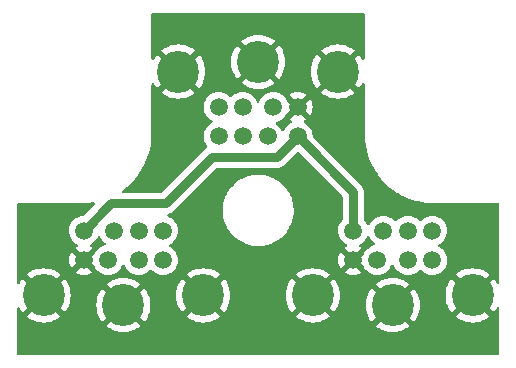
<source format=gbr>
%TF.GenerationSoftware,KiCad,Pcbnew,(6.99.0)*%
%TF.CreationDate,2022-02-09T14:01:32-06:00*%
%TF.ProjectId,CDI-SPLITTER,4344492d-5350-44c4-9954-5445522e6b69,rev?*%
%TF.SameCoordinates,Original*%
%TF.FileFunction,Copper,L1,Top*%
%TF.FilePolarity,Positive*%
%FSLAX46Y46*%
G04 Gerber Fmt 4.6, Leading zero omitted, Abs format (unit mm)*
G04 Created by KiCad (PCBNEW (6.99.0)) date 2022-02-09 14:01:32*
%MOMM*%
%LPD*%
G01*
G04 APERTURE LIST*
%TA.AperFunction,ComponentPad*%
%ADD10C,3.555000*%
%TD*%
%TA.AperFunction,ComponentPad*%
%ADD11C,1.509000*%
%TD*%
%TA.AperFunction,Conductor*%
%ADD12C,0.762000*%
%TD*%
G04 APERTURE END LIST*
D10*
%TO.P,J3,MH3*%
%TO.N,GND*%
X144760000Y-102400000D03*
%TO.P,J3,MH2*%
X138000000Y-103210000D03*
%TO.P,J3,MH1*%
X131240000Y-102400000D03*
D11*
%TO.P,J3,8*%
%TO.N,+5V*%
X134650000Y-96910000D03*
%TO.P,J3,7*%
%TO.N,Net-(J1-Pad7)*%
X137190000Y-96910000D03*
%TO.P,J3,6*%
%TO.N,unconnected-(J3-Pad6)*%
X141350000Y-96910000D03*
%TO.P,J3,5*%
%TO.N,GND*%
X134650000Y-99400000D03*
%TO.P,J3,4*%
%TO.N,unconnected-(J3-Pad4)*%
X139300000Y-96910000D03*
%TO.P,J3,3*%
%TO.N,unconnected-(J3-Pad3)*%
X141350000Y-99400000D03*
%TO.P,J3,2*%
%TO.N,Net-(J1-Pad2)*%
X136700000Y-99400000D03*
%TO.P,J3,1*%
%TO.N,unconnected-(J3-Pad1)*%
X139300000Y-99400000D03*
%TD*%
D10*
%TO.P,J2,MH3*%
%TO.N,GND*%
X121960000Y-102400000D03*
%TO.P,J2,MH2*%
X115200000Y-103210000D03*
%TO.P,J2,MH1*%
X108440000Y-102400000D03*
D11*
%TO.P,J2,8*%
%TO.N,+5V*%
X111850000Y-96910000D03*
%TO.P,J2,7*%
%TO.N,Net-(J1-Pad4)*%
X114390000Y-96910000D03*
%TO.P,J2,6*%
%TO.N,Net-(J1-Pad6)*%
X118550000Y-96910000D03*
%TO.P,J2,5*%
%TO.N,GND*%
X111850000Y-99400000D03*
%TO.P,J2,4*%
%TO.N,unconnected-(J2-Pad4)*%
X116500000Y-96910000D03*
%TO.P,J2,3*%
%TO.N,Net-(J1-Pad3)*%
X118550000Y-99400000D03*
%TO.P,J2,2*%
%TO.N,Net-(J1-Pad1)*%
X113900000Y-99400000D03*
%TO.P,J2,1*%
%TO.N,unconnected-(J2-Pad1)*%
X116500000Y-99400000D03*
%TD*%
%TO.P,J1,1*%
%TO.N,Net-(J1-Pad1)*%
X125300000Y-86440000D03*
%TO.P,J1,2*%
%TO.N,Net-(J1-Pad2)*%
X127900000Y-86440000D03*
%TO.P,J1,3*%
%TO.N,Net-(J1-Pad3)*%
X123250000Y-86440000D03*
%TO.P,J1,4*%
%TO.N,Net-(J1-Pad4)*%
X125300000Y-88930000D03*
%TO.P,J1,5*%
%TO.N,GND*%
X129950000Y-86440000D03*
%TO.P,J1,6*%
%TO.N,Net-(J1-Pad6)*%
X123250000Y-88930000D03*
%TO.P,J1,7*%
%TO.N,Net-(J1-Pad7)*%
X127410000Y-88930000D03*
%TO.P,J1,8*%
%TO.N,+5V*%
X129950000Y-88930000D03*
D10*
%TO.P,J1,MH1*%
%TO.N,GND*%
X133360000Y-83440000D03*
%TO.P,J1,MH2*%
X126600000Y-82630000D03*
%TO.P,J1,MH3*%
X119840000Y-83440000D03*
%TD*%
D12*
%TO.N,+5V*%
X122700000Y-90700000D02*
X128180000Y-90700000D01*
X111850000Y-96910000D02*
X114160000Y-94600000D01*
X114160000Y-94600000D02*
X118800000Y-94600000D01*
X118800000Y-94600000D02*
X122700000Y-90700000D01*
X128180000Y-90700000D02*
X129950000Y-88930000D01*
X134650000Y-96910000D02*
X134650000Y-93630000D01*
X134650000Y-93630000D02*
X129950000Y-88930000D01*
%TD*%
%TA.AperFunction,Conductor*%
%TO.N,GND*%
G36*
X135570098Y-78478002D02*
G01*
X135616591Y-78531658D01*
X135627977Y-78584000D01*
X135627977Y-82331179D01*
X135607975Y-82399300D01*
X135554319Y-82445793D01*
X135484045Y-82455897D01*
X135419465Y-82426403D01*
X135388971Y-82386907D01*
X135345375Y-82298502D01*
X135341254Y-82291365D01*
X135179395Y-82049125D01*
X135174375Y-82042583D01*
X135159339Y-82025437D01*
X135146102Y-82017041D01*
X135136335Y-82022875D01*
X133732022Y-83427188D01*
X133724408Y-83441132D01*
X133724539Y-83442965D01*
X133728790Y-83449580D01*
X135134582Y-84855372D01*
X135148342Y-84862886D01*
X135157704Y-84856427D01*
X135174375Y-84837417D01*
X135179395Y-84830875D01*
X135341254Y-84588635D01*
X135345375Y-84581498D01*
X135388971Y-84493093D01*
X135437039Y-84440844D01*
X135505725Y-84422877D01*
X135573220Y-84444896D01*
X135618097Y-84499911D01*
X135627977Y-84548821D01*
X135627977Y-88675740D01*
X135626231Y-88696644D01*
X135622753Y-88717317D01*
X135622600Y-88729856D01*
X135623290Y-88734672D01*
X135623606Y-88739529D01*
X135623498Y-88739536D01*
X135623825Y-88743115D01*
X135641376Y-89189824D01*
X135641665Y-89192267D01*
X135641666Y-89192278D01*
X135661946Y-89363621D01*
X135695481Y-89646956D01*
X135785286Y-90098434D01*
X135785956Y-90100809D01*
X135785957Y-90100814D01*
X135791518Y-90120531D01*
X135910236Y-90541474D01*
X136069562Y-90973345D01*
X136070592Y-90975580D01*
X136070594Y-90975584D01*
X136151396Y-91150856D01*
X136262281Y-91391384D01*
X136263479Y-91393523D01*
X136263484Y-91393533D01*
X136312175Y-91480477D01*
X136487204Y-91793014D01*
X136488576Y-91795067D01*
X136488577Y-91795069D01*
X136728185Y-92153667D01*
X136742946Y-92175759D01*
X136780691Y-92223638D01*
X136927813Y-92410261D01*
X137027929Y-92537258D01*
X137029606Y-92539072D01*
X137029611Y-92539078D01*
X137217196Y-92742005D01*
X137340397Y-92875283D01*
X137342196Y-92876946D01*
X137676422Y-93185902D01*
X137678422Y-93187751D01*
X137680365Y-93189283D01*
X137680370Y-93189287D01*
X137793666Y-93278602D01*
X138039921Y-93472734D01*
X138041982Y-93474111D01*
X138041986Y-93474114D01*
X138391454Y-93707621D01*
X138422666Y-93728476D01*
X138608579Y-93832592D01*
X138822147Y-93952196D01*
X138822157Y-93952201D01*
X138824296Y-93953399D01*
X138826537Y-93954432D01*
X139213084Y-94132633D01*
X139242335Y-94146118D01*
X139674206Y-94305444D01*
X139939495Y-94380263D01*
X140114866Y-94429723D01*
X140114871Y-94429724D01*
X140117246Y-94430394D01*
X140568724Y-94520199D01*
X140716423Y-94537680D01*
X141023402Y-94574014D01*
X141023413Y-94574015D01*
X141025856Y-94574304D01*
X141457159Y-94591249D01*
X141463611Y-94591921D01*
X141463632Y-94591684D01*
X141468485Y-94592119D01*
X141473285Y-94592927D01*
X141479716Y-94593005D01*
X141480965Y-94593021D01*
X141480969Y-94593021D01*
X141485824Y-94593080D01*
X141513412Y-94589129D01*
X141531275Y-94587856D01*
X146903000Y-94587856D01*
X146971121Y-94607858D01*
X147017614Y-94661514D01*
X147029000Y-94713856D01*
X147029000Y-101293253D01*
X147008998Y-101361374D01*
X146955342Y-101407867D01*
X146885068Y-101417971D01*
X146820488Y-101388477D01*
X146789994Y-101348981D01*
X146745375Y-101258502D01*
X146741254Y-101251365D01*
X146579395Y-101009125D01*
X146574375Y-101002583D01*
X146559339Y-100985437D01*
X146546102Y-100977041D01*
X146536335Y-100982875D01*
X145132022Y-102387188D01*
X145124408Y-102401132D01*
X145124539Y-102402965D01*
X145128790Y-102409580D01*
X146534582Y-103815372D01*
X146548342Y-103822886D01*
X146557704Y-103816427D01*
X146574375Y-103797417D01*
X146579395Y-103790875D01*
X146741254Y-103548635D01*
X146745375Y-103541498D01*
X146789994Y-103451019D01*
X146838062Y-103398770D01*
X146906748Y-103380803D01*
X146974244Y-103402822D01*
X147019120Y-103457837D01*
X147029000Y-103506747D01*
X147029000Y-107291000D01*
X147008998Y-107359121D01*
X146955342Y-107405614D01*
X146903000Y-107417000D01*
X106296000Y-107417000D01*
X106227879Y-107396998D01*
X106181386Y-107343342D01*
X106170000Y-107291000D01*
X106170000Y-104998342D01*
X113777114Y-104998342D01*
X113783573Y-105007704D01*
X113802583Y-105024375D01*
X113809125Y-105029395D01*
X114051365Y-105191254D01*
X114058502Y-105195375D01*
X114319802Y-105324233D01*
X114327406Y-105327383D01*
X114603293Y-105421034D01*
X114611245Y-105423165D01*
X114896999Y-105480005D01*
X114905157Y-105481079D01*
X115195881Y-105500134D01*
X115204119Y-105500134D01*
X115494843Y-105481079D01*
X115503001Y-105480005D01*
X115788755Y-105423165D01*
X115796707Y-105421034D01*
X116072594Y-105327383D01*
X116080198Y-105324233D01*
X116341498Y-105195375D01*
X116348635Y-105191254D01*
X116590875Y-105029395D01*
X116597417Y-105024375D01*
X116614563Y-105009339D01*
X116621538Y-104998342D01*
X136577114Y-104998342D01*
X136583573Y-105007704D01*
X136602583Y-105024375D01*
X136609125Y-105029395D01*
X136851365Y-105191254D01*
X136858502Y-105195375D01*
X137119802Y-105324233D01*
X137127406Y-105327383D01*
X137403293Y-105421034D01*
X137411245Y-105423165D01*
X137696999Y-105480005D01*
X137705157Y-105481079D01*
X137995881Y-105500134D01*
X138004119Y-105500134D01*
X138294843Y-105481079D01*
X138303001Y-105480005D01*
X138588755Y-105423165D01*
X138596707Y-105421034D01*
X138872594Y-105327383D01*
X138880198Y-105324233D01*
X139141498Y-105195375D01*
X139148635Y-105191254D01*
X139390875Y-105029395D01*
X139397417Y-105024375D01*
X139414563Y-105009339D01*
X139422959Y-104996102D01*
X139417125Y-104986335D01*
X138012812Y-103582022D01*
X137998868Y-103574408D01*
X137997035Y-103574539D01*
X137990420Y-103578790D01*
X136584628Y-104984582D01*
X136577114Y-104998342D01*
X116621538Y-104998342D01*
X116622959Y-104996102D01*
X116617125Y-104986335D01*
X115212812Y-103582022D01*
X115198868Y-103574408D01*
X115197035Y-103574539D01*
X115190420Y-103578790D01*
X113784628Y-104984582D01*
X113777114Y-104998342D01*
X106170000Y-104998342D01*
X106170000Y-104188342D01*
X107017114Y-104188342D01*
X107023573Y-104197704D01*
X107042583Y-104214375D01*
X107049125Y-104219395D01*
X107291365Y-104381254D01*
X107298502Y-104385375D01*
X107559802Y-104514233D01*
X107567406Y-104517383D01*
X107843293Y-104611034D01*
X107851245Y-104613165D01*
X108136999Y-104670005D01*
X108145157Y-104671079D01*
X108435881Y-104690134D01*
X108444119Y-104690134D01*
X108734843Y-104671079D01*
X108743001Y-104670005D01*
X109028755Y-104613165D01*
X109036707Y-104611034D01*
X109312594Y-104517383D01*
X109320198Y-104514233D01*
X109581498Y-104385375D01*
X109588635Y-104381254D01*
X109830875Y-104219395D01*
X109837417Y-104214375D01*
X109854563Y-104199339D01*
X109862959Y-104186102D01*
X109857125Y-104176335D01*
X108452812Y-102772022D01*
X108438868Y-102764408D01*
X108437035Y-102764539D01*
X108430420Y-102768790D01*
X107024628Y-104174582D01*
X107017114Y-104188342D01*
X106170000Y-104188342D01*
X106170000Y-103504719D01*
X106190002Y-103436598D01*
X106243658Y-103390105D01*
X106313932Y-103380001D01*
X106378512Y-103409495D01*
X106409006Y-103448991D01*
X106454625Y-103541498D01*
X106458746Y-103548635D01*
X106620605Y-103790875D01*
X106625625Y-103797417D01*
X106640661Y-103814563D01*
X106653898Y-103822959D01*
X106663665Y-103817125D01*
X108067978Y-102412812D01*
X108074356Y-102401132D01*
X108804408Y-102401132D01*
X108804539Y-102402965D01*
X108808790Y-102409580D01*
X110214582Y-103815372D01*
X110228342Y-103822886D01*
X110237704Y-103816427D01*
X110254375Y-103797417D01*
X110259395Y-103790875D01*
X110421254Y-103548635D01*
X110425375Y-103541498D01*
X110554233Y-103280198D01*
X110557383Y-103272594D01*
X110577233Y-103214119D01*
X112909866Y-103214119D01*
X112928921Y-103504843D01*
X112929995Y-103513001D01*
X112986835Y-103798755D01*
X112988966Y-103806707D01*
X113082617Y-104082594D01*
X113085767Y-104090198D01*
X113214625Y-104351498D01*
X113218746Y-104358635D01*
X113380605Y-104600875D01*
X113385625Y-104607417D01*
X113400661Y-104624563D01*
X113413898Y-104632959D01*
X113423665Y-104627125D01*
X114827978Y-103222812D01*
X114834356Y-103211132D01*
X115564408Y-103211132D01*
X115564539Y-103212965D01*
X115568790Y-103219580D01*
X116974582Y-104625372D01*
X116988342Y-104632886D01*
X116997704Y-104626427D01*
X117014375Y-104607417D01*
X117019395Y-104600875D01*
X117181254Y-104358635D01*
X117185375Y-104351498D01*
X117265834Y-104188342D01*
X120537114Y-104188342D01*
X120543573Y-104197704D01*
X120562583Y-104214375D01*
X120569125Y-104219395D01*
X120811365Y-104381254D01*
X120818502Y-104385375D01*
X121079802Y-104514233D01*
X121087406Y-104517383D01*
X121363293Y-104611034D01*
X121371245Y-104613165D01*
X121656999Y-104670005D01*
X121665157Y-104671079D01*
X121955881Y-104690134D01*
X121964119Y-104690134D01*
X122254843Y-104671079D01*
X122263001Y-104670005D01*
X122548755Y-104613165D01*
X122556707Y-104611034D01*
X122832594Y-104517383D01*
X122840198Y-104514233D01*
X123101498Y-104385375D01*
X123108635Y-104381254D01*
X123350875Y-104219395D01*
X123357417Y-104214375D01*
X123374563Y-104199339D01*
X123381538Y-104188342D01*
X129817114Y-104188342D01*
X129823573Y-104197704D01*
X129842583Y-104214375D01*
X129849125Y-104219395D01*
X130091365Y-104381254D01*
X130098502Y-104385375D01*
X130359802Y-104514233D01*
X130367406Y-104517383D01*
X130643293Y-104611034D01*
X130651245Y-104613165D01*
X130936999Y-104670005D01*
X130945157Y-104671079D01*
X131235881Y-104690134D01*
X131244119Y-104690134D01*
X131534843Y-104671079D01*
X131543001Y-104670005D01*
X131828755Y-104613165D01*
X131836707Y-104611034D01*
X132112594Y-104517383D01*
X132120198Y-104514233D01*
X132381498Y-104385375D01*
X132388635Y-104381254D01*
X132630875Y-104219395D01*
X132637417Y-104214375D01*
X132654563Y-104199339D01*
X132662959Y-104186102D01*
X132657125Y-104176335D01*
X131252812Y-102772022D01*
X131238868Y-102764408D01*
X131237035Y-102764539D01*
X131230420Y-102768790D01*
X129824628Y-104174582D01*
X129817114Y-104188342D01*
X123381538Y-104188342D01*
X123382959Y-104186102D01*
X123377125Y-104176335D01*
X121972812Y-102772022D01*
X121958868Y-102764408D01*
X121957035Y-102764539D01*
X121950420Y-102768790D01*
X120544628Y-104174582D01*
X120537114Y-104188342D01*
X117265834Y-104188342D01*
X117314233Y-104090198D01*
X117317383Y-104082594D01*
X117411034Y-103806707D01*
X117413165Y-103798755D01*
X117470005Y-103513001D01*
X117471079Y-103504843D01*
X117490134Y-103214119D01*
X117490134Y-103205881D01*
X117471079Y-102915157D01*
X117470005Y-102906999D01*
X117413165Y-102621245D01*
X117411034Y-102613293D01*
X117340029Y-102404119D01*
X119669866Y-102404119D01*
X119688921Y-102694843D01*
X119689995Y-102703001D01*
X119746835Y-102988755D01*
X119748966Y-102996707D01*
X119842617Y-103272594D01*
X119845767Y-103280198D01*
X119974625Y-103541498D01*
X119978746Y-103548635D01*
X120140605Y-103790875D01*
X120145625Y-103797417D01*
X120160661Y-103814563D01*
X120173898Y-103822959D01*
X120183665Y-103817125D01*
X121587978Y-102412812D01*
X121594356Y-102401132D01*
X122324408Y-102401132D01*
X122324539Y-102402965D01*
X122328790Y-102409580D01*
X123734582Y-103815372D01*
X123748342Y-103822886D01*
X123757704Y-103816427D01*
X123774375Y-103797417D01*
X123779395Y-103790875D01*
X123941254Y-103548635D01*
X123945375Y-103541498D01*
X124074233Y-103280198D01*
X124077383Y-103272594D01*
X124171034Y-102996707D01*
X124173165Y-102988755D01*
X124230005Y-102703001D01*
X124231079Y-102694843D01*
X124250134Y-102404119D01*
X128949866Y-102404119D01*
X128968921Y-102694843D01*
X128969995Y-102703001D01*
X129026835Y-102988755D01*
X129028966Y-102996707D01*
X129122617Y-103272594D01*
X129125767Y-103280198D01*
X129254625Y-103541498D01*
X129258746Y-103548635D01*
X129420605Y-103790875D01*
X129425625Y-103797417D01*
X129440661Y-103814563D01*
X129453898Y-103822959D01*
X129463665Y-103817125D01*
X130867978Y-102412812D01*
X130874356Y-102401132D01*
X131604408Y-102401132D01*
X131604539Y-102402965D01*
X131608790Y-102409580D01*
X133014582Y-103815372D01*
X133028342Y-103822886D01*
X133037704Y-103816427D01*
X133054375Y-103797417D01*
X133059395Y-103790875D01*
X133221254Y-103548635D01*
X133225375Y-103541498D01*
X133354233Y-103280198D01*
X133357383Y-103272594D01*
X133377233Y-103214119D01*
X135709866Y-103214119D01*
X135728921Y-103504843D01*
X135729995Y-103513001D01*
X135786835Y-103798755D01*
X135788966Y-103806707D01*
X135882617Y-104082594D01*
X135885767Y-104090198D01*
X136014625Y-104351498D01*
X136018746Y-104358635D01*
X136180605Y-104600875D01*
X136185625Y-104607417D01*
X136200661Y-104624563D01*
X136213898Y-104632959D01*
X136223665Y-104627125D01*
X137627978Y-103222812D01*
X137634356Y-103211132D01*
X138364408Y-103211132D01*
X138364539Y-103212965D01*
X138368790Y-103219580D01*
X139774582Y-104625372D01*
X139788342Y-104632886D01*
X139797704Y-104626427D01*
X139814375Y-104607417D01*
X139819395Y-104600875D01*
X139981254Y-104358635D01*
X139985375Y-104351498D01*
X140065834Y-104188342D01*
X143337114Y-104188342D01*
X143343573Y-104197704D01*
X143362583Y-104214375D01*
X143369125Y-104219395D01*
X143611365Y-104381254D01*
X143618502Y-104385375D01*
X143879802Y-104514233D01*
X143887406Y-104517383D01*
X144163293Y-104611034D01*
X144171245Y-104613165D01*
X144456999Y-104670005D01*
X144465157Y-104671079D01*
X144755881Y-104690134D01*
X144764119Y-104690134D01*
X145054843Y-104671079D01*
X145063001Y-104670005D01*
X145348755Y-104613165D01*
X145356707Y-104611034D01*
X145632594Y-104517383D01*
X145640198Y-104514233D01*
X145901498Y-104385375D01*
X145908635Y-104381254D01*
X146150875Y-104219395D01*
X146157417Y-104214375D01*
X146174563Y-104199339D01*
X146182959Y-104186102D01*
X146177125Y-104176335D01*
X144772812Y-102772022D01*
X144758868Y-102764408D01*
X144757035Y-102764539D01*
X144750420Y-102768790D01*
X143344628Y-104174582D01*
X143337114Y-104188342D01*
X140065834Y-104188342D01*
X140114233Y-104090198D01*
X140117383Y-104082594D01*
X140211034Y-103806707D01*
X140213165Y-103798755D01*
X140270005Y-103513001D01*
X140271079Y-103504843D01*
X140290134Y-103214119D01*
X140290134Y-103205881D01*
X140271079Y-102915157D01*
X140270005Y-102906999D01*
X140213165Y-102621245D01*
X140211034Y-102613293D01*
X140140029Y-102404119D01*
X142469866Y-102404119D01*
X142488921Y-102694843D01*
X142489995Y-102703001D01*
X142546835Y-102988755D01*
X142548966Y-102996707D01*
X142642617Y-103272594D01*
X142645767Y-103280198D01*
X142774625Y-103541498D01*
X142778746Y-103548635D01*
X142940605Y-103790875D01*
X142945625Y-103797417D01*
X142960661Y-103814563D01*
X142973898Y-103822959D01*
X142983665Y-103817125D01*
X144387978Y-102412812D01*
X144395592Y-102398868D01*
X144395461Y-102397035D01*
X144391210Y-102390420D01*
X142985418Y-100984628D01*
X142971658Y-100977114D01*
X142962296Y-100983573D01*
X142945625Y-101002583D01*
X142940605Y-101009125D01*
X142778746Y-101251365D01*
X142774625Y-101258502D01*
X142645767Y-101519802D01*
X142642617Y-101527406D01*
X142548966Y-101803293D01*
X142546835Y-101811245D01*
X142489995Y-102096999D01*
X142488921Y-102105157D01*
X142469866Y-102395881D01*
X142469866Y-102404119D01*
X140140029Y-102404119D01*
X140117383Y-102337406D01*
X140114233Y-102329802D01*
X139985375Y-102068502D01*
X139981254Y-102061365D01*
X139819395Y-101819125D01*
X139814375Y-101812583D01*
X139799339Y-101795437D01*
X139786102Y-101787041D01*
X139776335Y-101792875D01*
X138372022Y-103197188D01*
X138364408Y-103211132D01*
X137634356Y-103211132D01*
X137635592Y-103208868D01*
X137635461Y-103207035D01*
X137631210Y-103200420D01*
X136225418Y-101794628D01*
X136211658Y-101787114D01*
X136202296Y-101793573D01*
X136185625Y-101812583D01*
X136180605Y-101819125D01*
X136018746Y-102061365D01*
X136014625Y-102068502D01*
X135885767Y-102329802D01*
X135882617Y-102337406D01*
X135788966Y-102613293D01*
X135786835Y-102621245D01*
X135729995Y-102906999D01*
X135728921Y-102915157D01*
X135709866Y-103205881D01*
X135709866Y-103214119D01*
X133377233Y-103214119D01*
X133451034Y-102996707D01*
X133453165Y-102988755D01*
X133510005Y-102703001D01*
X133511079Y-102694843D01*
X133530134Y-102404119D01*
X133530134Y-102395881D01*
X133511079Y-102105157D01*
X133510005Y-102096999D01*
X133453165Y-101811245D01*
X133451034Y-101803293D01*
X133357383Y-101527406D01*
X133354233Y-101519802D01*
X133306939Y-101423898D01*
X136577041Y-101423898D01*
X136582875Y-101433665D01*
X137987188Y-102837978D01*
X138001132Y-102845592D01*
X138002965Y-102845461D01*
X138009580Y-102841210D01*
X139415372Y-101435418D01*
X139422886Y-101421658D01*
X139416427Y-101412296D01*
X139397417Y-101395625D01*
X139390875Y-101390605D01*
X139148635Y-101228746D01*
X139141498Y-101224625D01*
X138880198Y-101095767D01*
X138872594Y-101092617D01*
X138596707Y-100998966D01*
X138588755Y-100996835D01*
X138303001Y-100939995D01*
X138294843Y-100938921D01*
X138004119Y-100919866D01*
X137995881Y-100919866D01*
X137705157Y-100938921D01*
X137696999Y-100939995D01*
X137411245Y-100996835D01*
X137403293Y-100998966D01*
X137127406Y-101092617D01*
X137119802Y-101095767D01*
X136858502Y-101224625D01*
X136851365Y-101228746D01*
X136609125Y-101390605D01*
X136602583Y-101395625D01*
X136585437Y-101410661D01*
X136577041Y-101423898D01*
X133306939Y-101423898D01*
X133225375Y-101258502D01*
X133221254Y-101251365D01*
X133059395Y-101009125D01*
X133054375Y-101002583D01*
X133039339Y-100985437D01*
X133026102Y-100977041D01*
X133016335Y-100982875D01*
X131612022Y-102387188D01*
X131604408Y-102401132D01*
X130874356Y-102401132D01*
X130875592Y-102398868D01*
X130875461Y-102397035D01*
X130871210Y-102390420D01*
X129465418Y-100984628D01*
X129451658Y-100977114D01*
X129442296Y-100983573D01*
X129425625Y-101002583D01*
X129420605Y-101009125D01*
X129258746Y-101251365D01*
X129254625Y-101258502D01*
X129125767Y-101519802D01*
X129122617Y-101527406D01*
X129028966Y-101803293D01*
X129026835Y-101811245D01*
X128969995Y-102096999D01*
X128968921Y-102105157D01*
X128949866Y-102395881D01*
X128949866Y-102404119D01*
X124250134Y-102404119D01*
X124250134Y-102395881D01*
X124231079Y-102105157D01*
X124230005Y-102096999D01*
X124173165Y-101811245D01*
X124171034Y-101803293D01*
X124077383Y-101527406D01*
X124074233Y-101519802D01*
X123945375Y-101258502D01*
X123941254Y-101251365D01*
X123779395Y-101009125D01*
X123774375Y-101002583D01*
X123759339Y-100985437D01*
X123746102Y-100977041D01*
X123736335Y-100982875D01*
X122332022Y-102387188D01*
X122324408Y-102401132D01*
X121594356Y-102401132D01*
X121595592Y-102398868D01*
X121595461Y-102397035D01*
X121591210Y-102390420D01*
X120185418Y-100984628D01*
X120171658Y-100977114D01*
X120162296Y-100983573D01*
X120145625Y-101002583D01*
X120140605Y-101009125D01*
X119978746Y-101251365D01*
X119974625Y-101258502D01*
X119845767Y-101519802D01*
X119842617Y-101527406D01*
X119748966Y-101803293D01*
X119746835Y-101811245D01*
X119689995Y-102096999D01*
X119688921Y-102105157D01*
X119669866Y-102395881D01*
X119669866Y-102404119D01*
X117340029Y-102404119D01*
X117317383Y-102337406D01*
X117314233Y-102329802D01*
X117185375Y-102068502D01*
X117181254Y-102061365D01*
X117019395Y-101819125D01*
X117014375Y-101812583D01*
X116999339Y-101795437D01*
X116986102Y-101787041D01*
X116976335Y-101792875D01*
X115572022Y-103197188D01*
X115564408Y-103211132D01*
X114834356Y-103211132D01*
X114835592Y-103208868D01*
X114835461Y-103207035D01*
X114831210Y-103200420D01*
X113425418Y-101794628D01*
X113411658Y-101787114D01*
X113402296Y-101793573D01*
X113385625Y-101812583D01*
X113380605Y-101819125D01*
X113218746Y-102061365D01*
X113214625Y-102068502D01*
X113085767Y-102329802D01*
X113082617Y-102337406D01*
X112988966Y-102613293D01*
X112986835Y-102621245D01*
X112929995Y-102906999D01*
X112928921Y-102915157D01*
X112909866Y-103205881D01*
X112909866Y-103214119D01*
X110577233Y-103214119D01*
X110651034Y-102996707D01*
X110653165Y-102988755D01*
X110710005Y-102703001D01*
X110711079Y-102694843D01*
X110730134Y-102404119D01*
X110730134Y-102395881D01*
X110711079Y-102105157D01*
X110710005Y-102096999D01*
X110653165Y-101811245D01*
X110651034Y-101803293D01*
X110557383Y-101527406D01*
X110554233Y-101519802D01*
X110506939Y-101423898D01*
X113777041Y-101423898D01*
X113782875Y-101433665D01*
X115187188Y-102837978D01*
X115201132Y-102845592D01*
X115202965Y-102845461D01*
X115209580Y-102841210D01*
X116615372Y-101435418D01*
X116622886Y-101421658D01*
X116616427Y-101412296D01*
X116597417Y-101395625D01*
X116590875Y-101390605D01*
X116348635Y-101228746D01*
X116341498Y-101224625D01*
X116080198Y-101095767D01*
X116072594Y-101092617D01*
X115796707Y-100998966D01*
X115788755Y-100996835D01*
X115503001Y-100939995D01*
X115494843Y-100938921D01*
X115204119Y-100919866D01*
X115195881Y-100919866D01*
X114905157Y-100938921D01*
X114896999Y-100939995D01*
X114611245Y-100996835D01*
X114603293Y-100998966D01*
X114327406Y-101092617D01*
X114319802Y-101095767D01*
X114058502Y-101224625D01*
X114051365Y-101228746D01*
X113809125Y-101390605D01*
X113802583Y-101395625D01*
X113785437Y-101410661D01*
X113777041Y-101423898D01*
X110506939Y-101423898D01*
X110425375Y-101258502D01*
X110421254Y-101251365D01*
X110259395Y-101009125D01*
X110254375Y-101002583D01*
X110239339Y-100985437D01*
X110226102Y-100977041D01*
X110216335Y-100982875D01*
X108812022Y-102387188D01*
X108804408Y-102401132D01*
X108074356Y-102401132D01*
X108075592Y-102398868D01*
X108075461Y-102397035D01*
X108071210Y-102390420D01*
X106665418Y-100984628D01*
X106651658Y-100977114D01*
X106642296Y-100983573D01*
X106625625Y-101002583D01*
X106620605Y-101009125D01*
X106458746Y-101251365D01*
X106454625Y-101258502D01*
X106409006Y-101351009D01*
X106360938Y-101403258D01*
X106292252Y-101421225D01*
X106224756Y-101399206D01*
X106179880Y-101344191D01*
X106170000Y-101295281D01*
X106170000Y-100613898D01*
X107017041Y-100613898D01*
X107022875Y-100623665D01*
X108427188Y-102027978D01*
X108441132Y-102035592D01*
X108442965Y-102035461D01*
X108449580Y-102031210D01*
X109855372Y-100625418D01*
X109862886Y-100611658D01*
X109856427Y-100602296D01*
X109837417Y-100585625D01*
X109830875Y-100580605D01*
X109640488Y-100453393D01*
X111161161Y-100453393D01*
X111170456Y-100465407D01*
X111211833Y-100494379D01*
X111221319Y-100499857D01*
X111411568Y-100588571D01*
X111421860Y-100592317D01*
X111624619Y-100646646D01*
X111635411Y-100648549D01*
X111844525Y-100666844D01*
X111855475Y-100666844D01*
X112064589Y-100648549D01*
X112075381Y-100646646D01*
X112278140Y-100592317D01*
X112288432Y-100588571D01*
X112478681Y-100499857D01*
X112488167Y-100494379D01*
X112530379Y-100464823D01*
X112538755Y-100454344D01*
X112531689Y-100440900D01*
X111862811Y-99772021D01*
X111848868Y-99764408D01*
X111847034Y-99764539D01*
X111840420Y-99768790D01*
X111167588Y-100441623D01*
X111161161Y-100453393D01*
X109640488Y-100453393D01*
X109588635Y-100418746D01*
X109581498Y-100414625D01*
X109320198Y-100285767D01*
X109312594Y-100282617D01*
X109036707Y-100188966D01*
X109028755Y-100186835D01*
X108743001Y-100129995D01*
X108734843Y-100128921D01*
X108444119Y-100109866D01*
X108435881Y-100109866D01*
X108145157Y-100128921D01*
X108136999Y-100129995D01*
X107851245Y-100186835D01*
X107843293Y-100188966D01*
X107567406Y-100282617D01*
X107559802Y-100285767D01*
X107298502Y-100414625D01*
X107291365Y-100418746D01*
X107049125Y-100580605D01*
X107042583Y-100585625D01*
X107025437Y-100600661D01*
X107017041Y-100613898D01*
X106170000Y-100613898D01*
X106170000Y-99405475D01*
X110583156Y-99405475D01*
X110601451Y-99614589D01*
X110603354Y-99625381D01*
X110657683Y-99828140D01*
X110661429Y-99838432D01*
X110750142Y-100028677D01*
X110755622Y-100038168D01*
X110785178Y-100080380D01*
X110795655Y-100088755D01*
X110809101Y-100081688D01*
X111477979Y-99412811D01*
X111485592Y-99398868D01*
X111485461Y-99397034D01*
X111481210Y-99390420D01*
X110808377Y-98717588D01*
X110796608Y-98711161D01*
X110784592Y-98720458D01*
X110755622Y-98761832D01*
X110750142Y-98771323D01*
X110661429Y-98961568D01*
X110657683Y-98971860D01*
X110603354Y-99174619D01*
X110601451Y-99185411D01*
X110583156Y-99394525D01*
X110583156Y-99405475D01*
X106170000Y-99405475D01*
X106170000Y-94713856D01*
X106190002Y-94645735D01*
X106243658Y-94599242D01*
X106296000Y-94587856D01*
X111660769Y-94587856D01*
X111681670Y-94589602D01*
X111689118Y-94590855D01*
X111700742Y-94592810D01*
X111706962Y-94592886D01*
X111708416Y-94592904D01*
X111708421Y-94592904D01*
X111713281Y-94592963D01*
X111718097Y-94592273D01*
X111722954Y-94591957D01*
X111722961Y-94592064D01*
X111726540Y-94591738D01*
X112173240Y-94574178D01*
X112175704Y-94573886D01*
X112175708Y-94573886D01*
X112319328Y-94556885D01*
X112630364Y-94520066D01*
X112661917Y-94513789D01*
X112732629Y-94520115D01*
X112788698Y-94563668D01*
X112812319Y-94630619D01*
X112795994Y-94699714D01*
X112775595Y-94726462D01*
X111893258Y-95608799D01*
X111830946Y-95642825D01*
X111815145Y-95645225D01*
X111728372Y-95652817D01*
X111629845Y-95661437D01*
X111624532Y-95662861D01*
X111624530Y-95662861D01*
X111421689Y-95717212D01*
X111421687Y-95717213D01*
X111416379Y-95718635D01*
X111411398Y-95720958D01*
X111411397Y-95720958D01*
X111221069Y-95809709D01*
X111221066Y-95809711D01*
X111216088Y-95812032D01*
X111035058Y-95938790D01*
X110878790Y-96095058D01*
X110752032Y-96276088D01*
X110658635Y-96476379D01*
X110601437Y-96689845D01*
X110582176Y-96910000D01*
X110601437Y-97130155D01*
X110602861Y-97135468D01*
X110602861Y-97135470D01*
X110649132Y-97308154D01*
X110658635Y-97343621D01*
X110660958Y-97348602D01*
X110660958Y-97348603D01*
X110733221Y-97503571D01*
X110752032Y-97543912D01*
X110878790Y-97724942D01*
X111035058Y-97881210D01*
X111216088Y-98007968D01*
X111221069Y-98010291D01*
X111221073Y-98010293D01*
X111287097Y-98041080D01*
X111340383Y-98087997D01*
X111359844Y-98156274D01*
X111339303Y-98224234D01*
X111287099Y-98269469D01*
X111221328Y-98300139D01*
X111211832Y-98305622D01*
X111169620Y-98335178D01*
X111161245Y-98345655D01*
X111168312Y-98359101D01*
X111837189Y-99027979D01*
X111851132Y-99035592D01*
X111852966Y-99035461D01*
X111859580Y-99031210D01*
X112532412Y-98358377D01*
X112538839Y-98346607D01*
X112529544Y-98334593D01*
X112488167Y-98305621D01*
X112478681Y-98300143D01*
X112412902Y-98269470D01*
X112359617Y-98222553D01*
X112340156Y-98154275D01*
X112360698Y-98086315D01*
X112412903Y-98041080D01*
X112478927Y-98010293D01*
X112478931Y-98010291D01*
X112483912Y-98007968D01*
X112664942Y-97881210D01*
X112821210Y-97724942D01*
X112947968Y-97543912D01*
X112966780Y-97503571D01*
X113005805Y-97419880D01*
X113052722Y-97366595D01*
X113121000Y-97347134D01*
X113188959Y-97367676D01*
X113234195Y-97419880D01*
X113273221Y-97503571D01*
X113292032Y-97543912D01*
X113418790Y-97724942D01*
X113575058Y-97881210D01*
X113661833Y-97941970D01*
X113706162Y-97997427D01*
X113713471Y-98068046D01*
X113681441Y-98131406D01*
X113622174Y-98166890D01*
X113471689Y-98207212D01*
X113471687Y-98207213D01*
X113466379Y-98208635D01*
X113461398Y-98210958D01*
X113461397Y-98210958D01*
X113271069Y-98299709D01*
X113271066Y-98299711D01*
X113266088Y-98302032D01*
X113085058Y-98428790D01*
X112928790Y-98585058D01*
X112802032Y-98766088D01*
X112799705Y-98771078D01*
X112799704Y-98771080D01*
X112775520Y-98822944D01*
X112750420Y-98858791D01*
X112222021Y-99387189D01*
X112214408Y-99401132D01*
X112214539Y-99402966D01*
X112218790Y-99409580D01*
X112750420Y-99941209D01*
X112775519Y-99977055D01*
X112802032Y-100033912D01*
X112928790Y-100214942D01*
X113085058Y-100371210D01*
X113266088Y-100497968D01*
X113271066Y-100500289D01*
X113271069Y-100500291D01*
X113460387Y-100588571D01*
X113466379Y-100591365D01*
X113471687Y-100592787D01*
X113471689Y-100592788D01*
X113674530Y-100647139D01*
X113674532Y-100647139D01*
X113679845Y-100648563D01*
X113900000Y-100667824D01*
X114120155Y-100648563D01*
X114125468Y-100647139D01*
X114125470Y-100647139D01*
X114328311Y-100592788D01*
X114328313Y-100592787D01*
X114333621Y-100591365D01*
X114339613Y-100588571D01*
X114528931Y-100500291D01*
X114528934Y-100500289D01*
X114533912Y-100497968D01*
X114714942Y-100371210D01*
X114871210Y-100214942D01*
X114997968Y-100033912D01*
X115085805Y-99845543D01*
X115132722Y-99792259D01*
X115200999Y-99772798D01*
X115268959Y-99793340D01*
X115314195Y-99845543D01*
X115402032Y-100033912D01*
X115528790Y-100214942D01*
X115685058Y-100371210D01*
X115866088Y-100497968D01*
X115871066Y-100500289D01*
X115871069Y-100500291D01*
X116060387Y-100588571D01*
X116066379Y-100591365D01*
X116071687Y-100592787D01*
X116071689Y-100592788D01*
X116274530Y-100647139D01*
X116274532Y-100647139D01*
X116279845Y-100648563D01*
X116500000Y-100667824D01*
X116720155Y-100648563D01*
X116725468Y-100647139D01*
X116725470Y-100647139D01*
X116928311Y-100592788D01*
X116928313Y-100592787D01*
X116933621Y-100591365D01*
X116939613Y-100588571D01*
X117128931Y-100500291D01*
X117128934Y-100500289D01*
X117133912Y-100497968D01*
X117314942Y-100371210D01*
X117435905Y-100250247D01*
X117498217Y-100216221D01*
X117569032Y-100221286D01*
X117614095Y-100250247D01*
X117735058Y-100371210D01*
X117916088Y-100497968D01*
X117921066Y-100500289D01*
X117921069Y-100500291D01*
X118110387Y-100588571D01*
X118116379Y-100591365D01*
X118121687Y-100592787D01*
X118121689Y-100592788D01*
X118324530Y-100647139D01*
X118324532Y-100647139D01*
X118329845Y-100648563D01*
X118550000Y-100667824D01*
X118770155Y-100648563D01*
X118775468Y-100647139D01*
X118775470Y-100647139D01*
X118899527Y-100613898D01*
X120537041Y-100613898D01*
X120542875Y-100623665D01*
X121947188Y-102027978D01*
X121961132Y-102035592D01*
X121962965Y-102035461D01*
X121969580Y-102031210D01*
X123375372Y-100625418D01*
X123381663Y-100613898D01*
X129817041Y-100613898D01*
X129822875Y-100623665D01*
X131227188Y-102027978D01*
X131241132Y-102035592D01*
X131242965Y-102035461D01*
X131249580Y-102031210D01*
X132655372Y-100625418D01*
X132662886Y-100611658D01*
X132656427Y-100602296D01*
X132637417Y-100585625D01*
X132630875Y-100580605D01*
X132440488Y-100453393D01*
X133961161Y-100453393D01*
X133970456Y-100465407D01*
X134011833Y-100494379D01*
X134021319Y-100499857D01*
X134211568Y-100588571D01*
X134221860Y-100592317D01*
X134424619Y-100646646D01*
X134435411Y-100648549D01*
X134644525Y-100666844D01*
X134655475Y-100666844D01*
X134864589Y-100648549D01*
X134875381Y-100646646D01*
X135078140Y-100592317D01*
X135088432Y-100588571D01*
X135278681Y-100499857D01*
X135288167Y-100494379D01*
X135330379Y-100464823D01*
X135338755Y-100454344D01*
X135331689Y-100440900D01*
X134662811Y-99772021D01*
X134648868Y-99764408D01*
X134647034Y-99764539D01*
X134640420Y-99768790D01*
X133967588Y-100441623D01*
X133961161Y-100453393D01*
X132440488Y-100453393D01*
X132388635Y-100418746D01*
X132381498Y-100414625D01*
X132120198Y-100285767D01*
X132112594Y-100282617D01*
X131836707Y-100188966D01*
X131828755Y-100186835D01*
X131543001Y-100129995D01*
X131534843Y-100128921D01*
X131244119Y-100109866D01*
X131235881Y-100109866D01*
X130945157Y-100128921D01*
X130936999Y-100129995D01*
X130651245Y-100186835D01*
X130643293Y-100188966D01*
X130367406Y-100282617D01*
X130359802Y-100285767D01*
X130098502Y-100414625D01*
X130091365Y-100418746D01*
X129849125Y-100580605D01*
X129842583Y-100585625D01*
X129825437Y-100600661D01*
X129817041Y-100613898D01*
X123381663Y-100613898D01*
X123382886Y-100611658D01*
X123376427Y-100602296D01*
X123357417Y-100585625D01*
X123350875Y-100580605D01*
X123108635Y-100418746D01*
X123101498Y-100414625D01*
X122840198Y-100285767D01*
X122832594Y-100282617D01*
X122556707Y-100188966D01*
X122548755Y-100186835D01*
X122263001Y-100129995D01*
X122254843Y-100128921D01*
X121964119Y-100109866D01*
X121955881Y-100109866D01*
X121665157Y-100128921D01*
X121656999Y-100129995D01*
X121371245Y-100186835D01*
X121363293Y-100188966D01*
X121087406Y-100282617D01*
X121079802Y-100285767D01*
X120818502Y-100414625D01*
X120811365Y-100418746D01*
X120569125Y-100580605D01*
X120562583Y-100585625D01*
X120545437Y-100600661D01*
X120537041Y-100613898D01*
X118899527Y-100613898D01*
X118978311Y-100592788D01*
X118978313Y-100592787D01*
X118983621Y-100591365D01*
X118989613Y-100588571D01*
X119178931Y-100500291D01*
X119178934Y-100500289D01*
X119183912Y-100497968D01*
X119364942Y-100371210D01*
X119521210Y-100214942D01*
X119647968Y-100033912D01*
X119674481Y-99977056D01*
X119739042Y-99838603D01*
X119739042Y-99838602D01*
X119741365Y-99833621D01*
X119757663Y-99772798D01*
X119797139Y-99625470D01*
X119797139Y-99625468D01*
X119798563Y-99620155D01*
X119817345Y-99405475D01*
X133383156Y-99405475D01*
X133401451Y-99614589D01*
X133403354Y-99625381D01*
X133457683Y-99828140D01*
X133461429Y-99838432D01*
X133550142Y-100028677D01*
X133555622Y-100038168D01*
X133585178Y-100080380D01*
X133595655Y-100088755D01*
X133609101Y-100081688D01*
X134277979Y-99412811D01*
X134285592Y-99398868D01*
X134285461Y-99397034D01*
X134281210Y-99390420D01*
X133608377Y-98717588D01*
X133596608Y-98711161D01*
X133584592Y-98720458D01*
X133555622Y-98761832D01*
X133550142Y-98771323D01*
X133461429Y-98961568D01*
X133457683Y-98971860D01*
X133403354Y-99174619D01*
X133401451Y-99185411D01*
X133383156Y-99394525D01*
X133383156Y-99405475D01*
X119817345Y-99405475D01*
X119817824Y-99400000D01*
X119798563Y-99179845D01*
X119759911Y-99035592D01*
X119742788Y-98971689D01*
X119742787Y-98971687D01*
X119741365Y-98966379D01*
X119691196Y-98858791D01*
X119650291Y-98771069D01*
X119650289Y-98771066D01*
X119647968Y-98766088D01*
X119521210Y-98585058D01*
X119364942Y-98428790D01*
X119183912Y-98302032D01*
X119178934Y-98299711D01*
X119178931Y-98299709D01*
X119113493Y-98269195D01*
X119060208Y-98222278D01*
X119040747Y-98154000D01*
X119061289Y-98086040D01*
X119113493Y-98040805D01*
X119178931Y-98010291D01*
X119178934Y-98010289D01*
X119183912Y-98007968D01*
X119364942Y-97881210D01*
X119521210Y-97724942D01*
X119647968Y-97543912D01*
X119666780Y-97503571D01*
X119739042Y-97348603D01*
X119739042Y-97348602D01*
X119741365Y-97343621D01*
X119750869Y-97308154D01*
X119797139Y-97135470D01*
X119797139Y-97135468D01*
X119798563Y-97130155D01*
X119817824Y-96910000D01*
X119798563Y-96689845D01*
X119741365Y-96476379D01*
X119647968Y-96276088D01*
X119521210Y-96095058D01*
X119364942Y-95938790D01*
X119183912Y-95812032D01*
X119178934Y-95809711D01*
X119178931Y-95809709D01*
X118988603Y-95720958D01*
X118988602Y-95720958D01*
X118983621Y-95718635D01*
X118978312Y-95717212D01*
X118973137Y-95715329D01*
X118973968Y-95713045D01*
X118922135Y-95681425D01*
X118891138Y-95617553D01*
X118899593Y-95547062D01*
X118944816Y-95492332D01*
X118985909Y-95474860D01*
X118985956Y-95474855D01*
X119049581Y-95454182D01*
X119055906Y-95452309D01*
X119070102Y-95448505D01*
X119120524Y-95434994D01*
X119132616Y-95428833D01*
X119150875Y-95421270D01*
X119163785Y-95417075D01*
X119215975Y-95386943D01*
X119221724Y-95383624D01*
X119227520Y-95380477D01*
X119287125Y-95350107D01*
X119297670Y-95341568D01*
X119313955Y-95330375D01*
X119320002Y-95326884D01*
X119320005Y-95326881D01*
X119325715Y-95323585D01*
X119330615Y-95319173D01*
X119330619Y-95319170D01*
X119375425Y-95278825D01*
X119380446Y-95274537D01*
X119393441Y-95264014D01*
X119396006Y-95261937D01*
X119410153Y-95247790D01*
X119414937Y-95243249D01*
X119459766Y-95202885D01*
X119459767Y-95202883D01*
X119464669Y-95198470D01*
X119472652Y-95187482D01*
X119485489Y-95172454D01*
X119552587Y-95105356D01*
X123588389Y-95105356D01*
X123588484Y-95108986D01*
X123588484Y-95108988D01*
X123589229Y-95137430D01*
X123596605Y-95419116D01*
X123597469Y-95452130D01*
X123597980Y-95455718D01*
X123597980Y-95455722D01*
X123620578Y-95614501D01*
X123646347Y-95795561D01*
X123734374Y-96131098D01*
X123860382Y-96454295D01*
X123930253Y-96586258D01*
X123995547Y-96709575D01*
X124022704Y-96760866D01*
X124024756Y-96763851D01*
X124024761Y-96763860D01*
X124217129Y-97043757D01*
X124217135Y-97043764D01*
X124219186Y-97046749D01*
X124287165Y-97124675D01*
X124409673Y-97265108D01*
X124447224Y-97308154D01*
X124703796Y-97541617D01*
X124706754Y-97543742D01*
X124706757Y-97543745D01*
X124713259Y-97548417D01*
X124985501Y-97744043D01*
X125288606Y-97912749D01*
X125609093Y-98045499D01*
X125612587Y-98046494D01*
X125612589Y-98046495D01*
X125939212Y-98139536D01*
X125939217Y-98139537D01*
X125942713Y-98140533D01*
X126170436Y-98177824D01*
X126281465Y-98196006D01*
X126281469Y-98196006D01*
X126285045Y-98196592D01*
X126288671Y-98196763D01*
X126627926Y-98212762D01*
X126627927Y-98212762D01*
X126631553Y-98212933D01*
X126640745Y-98212306D01*
X126974010Y-98189587D01*
X126974018Y-98189586D01*
X126977641Y-98189339D01*
X126981217Y-98188676D01*
X126981219Y-98188676D01*
X127315160Y-98126784D01*
X127315164Y-98126783D01*
X127318725Y-98126123D01*
X127650282Y-98024122D01*
X127681786Y-98010293D01*
X127900838Y-97914136D01*
X127967918Y-97884690D01*
X128267423Y-97709673D01*
X128544827Y-97501392D01*
X128630724Y-97419880D01*
X128793820Y-97265108D01*
X128793824Y-97265104D01*
X128796454Y-97262608D01*
X128884994Y-97156716D01*
X129016646Y-96999261D01*
X129018968Y-96996484D01*
X129033156Y-96974885D01*
X129207432Y-96709575D01*
X129207437Y-96709566D01*
X129209419Y-96706549D01*
X129334677Y-96457503D01*
X129363658Y-96399882D01*
X129363661Y-96399874D01*
X129365285Y-96396646D01*
X129431859Y-96214723D01*
X129483249Y-96074293D01*
X129483252Y-96074284D01*
X129484497Y-96070881D01*
X129485342Y-96067359D01*
X129485345Y-96067351D01*
X129564631Y-95737103D01*
X129564632Y-95737099D01*
X129565478Y-95733574D01*
X129565915Y-95729964D01*
X129606816Y-95391973D01*
X129606816Y-95391967D01*
X129607152Y-95389194D01*
X129608381Y-95350107D01*
X129613010Y-95202797D01*
X129613098Y-95200000D01*
X129612702Y-95193135D01*
X129593338Y-94857303D01*
X129593337Y-94857298D01*
X129593129Y-94853683D01*
X129554199Y-94630619D01*
X129534113Y-94515529D01*
X129534111Y-94515522D01*
X129533489Y-94511956D01*
X129509131Y-94429723D01*
X129476831Y-94320683D01*
X129434966Y-94179349D01*
X129298867Y-93860271D01*
X129286689Y-93838919D01*
X129128788Y-93562089D01*
X129126997Y-93558949D01*
X129071557Y-93483476D01*
X129008463Y-93397585D01*
X128921632Y-93279379D01*
X128878093Y-93232525D01*
X128687967Y-93027926D01*
X128687965Y-93027925D01*
X128685495Y-93025266D01*
X128682741Y-93022914D01*
X128682737Y-93022910D01*
X128511660Y-92876797D01*
X128421716Y-92799977D01*
X128133792Y-92606500D01*
X128130583Y-92604844D01*
X128130575Y-92604839D01*
X127828757Y-92449060D01*
X127828758Y-92449060D01*
X127825537Y-92447398D01*
X127822156Y-92446120D01*
X127822146Y-92446116D01*
X127591433Y-92358937D01*
X127501039Y-92324780D01*
X127497518Y-92323896D01*
X127497513Y-92323894D01*
X127336263Y-92283391D01*
X127164598Y-92240272D01*
X127145527Y-92237761D01*
X126824278Y-92195468D01*
X126824270Y-92195467D01*
X126820674Y-92194994D01*
X126676178Y-92192724D01*
X126477467Y-92189602D01*
X126477463Y-92189602D01*
X126473825Y-92189545D01*
X126470211Y-92189906D01*
X126470205Y-92189906D01*
X126226172Y-92214264D01*
X126128648Y-92223998D01*
X125789718Y-92297897D01*
X125786291Y-92299070D01*
X125786285Y-92299072D01*
X125464960Y-92409086D01*
X125464955Y-92409088D01*
X125461529Y-92410261D01*
X125458261Y-92411820D01*
X125458253Y-92411823D01*
X125380185Y-92449060D01*
X125148429Y-92559602D01*
X124854569Y-92743940D01*
X124851735Y-92746210D01*
X124851730Y-92746214D01*
X124781680Y-92802335D01*
X124583844Y-92960832D01*
X124525444Y-93019847D01*
X124357928Y-93189127D01*
X124339842Y-93207403D01*
X124125797Y-93480384D01*
X124123904Y-93483473D01*
X124123902Y-93483476D01*
X124078916Y-93556887D01*
X123944546Y-93776158D01*
X123943021Y-93779443D01*
X123943019Y-93779447D01*
X123885650Y-93903039D01*
X123798492Y-94090805D01*
X123689571Y-94420153D01*
X123688835Y-94423708D01*
X123688834Y-94423711D01*
X123650699Y-94607858D01*
X123619226Y-94759838D01*
X123588389Y-95105356D01*
X119552587Y-95105356D01*
X123031538Y-91626405D01*
X123093850Y-91592379D01*
X123120633Y-91589500D01*
X128100075Y-91589500D01*
X128119786Y-91591051D01*
X128126673Y-91592142D01*
X128126675Y-91592142D01*
X128133190Y-91593174D01*
X128139778Y-91592829D01*
X128139782Y-91592829D01*
X128199999Y-91589673D01*
X128206593Y-91589500D01*
X128226620Y-91589500D01*
X128229891Y-91589156D01*
X128229895Y-91589156D01*
X128246539Y-91587407D01*
X128253113Y-91586890D01*
X128313316Y-91583735D01*
X128313318Y-91583735D01*
X128319915Y-91583389D01*
X128333028Y-91579875D01*
X128352470Y-91576272D01*
X128353712Y-91576142D01*
X128359385Y-91575546D01*
X128359389Y-91575545D01*
X128365956Y-91574855D01*
X128429581Y-91554182D01*
X128435906Y-91552309D01*
X128443359Y-91550312D01*
X128500524Y-91534994D01*
X128512616Y-91528833D01*
X128530875Y-91521270D01*
X128543785Y-91517075D01*
X128601724Y-91483624D01*
X128607520Y-91480477D01*
X128667125Y-91450107D01*
X128677670Y-91441568D01*
X128693955Y-91430375D01*
X128700002Y-91426884D01*
X128700005Y-91426881D01*
X128705715Y-91423585D01*
X128710615Y-91419173D01*
X128710619Y-91419170D01*
X128755425Y-91378825D01*
X128760446Y-91374537D01*
X128773441Y-91364014D01*
X128776006Y-91361937D01*
X128790153Y-91347790D01*
X128794937Y-91343249D01*
X128839766Y-91302885D01*
X128839767Y-91302883D01*
X128844669Y-91298470D01*
X128852652Y-91287482D01*
X128865489Y-91272454D01*
X129860905Y-90277038D01*
X129923217Y-90243012D01*
X129994032Y-90248077D01*
X130039095Y-90277038D01*
X133723595Y-93961538D01*
X133757621Y-94023850D01*
X133760500Y-94050633D01*
X133760500Y-95961158D01*
X133740498Y-96029279D01*
X133723595Y-96050253D01*
X133678790Y-96095058D01*
X133552032Y-96276088D01*
X133458635Y-96476379D01*
X133401437Y-96689845D01*
X133382176Y-96910000D01*
X133401437Y-97130155D01*
X133402861Y-97135468D01*
X133402861Y-97135470D01*
X133449132Y-97308154D01*
X133458635Y-97343621D01*
X133460958Y-97348602D01*
X133460958Y-97348603D01*
X133533221Y-97503571D01*
X133552032Y-97543912D01*
X133678790Y-97724942D01*
X133835058Y-97881210D01*
X134016088Y-98007968D01*
X134021069Y-98010291D01*
X134021073Y-98010293D01*
X134087097Y-98041080D01*
X134140383Y-98087997D01*
X134159844Y-98156274D01*
X134139303Y-98224234D01*
X134087099Y-98269469D01*
X134021328Y-98300139D01*
X134011832Y-98305622D01*
X133969620Y-98335178D01*
X133961245Y-98345655D01*
X133968312Y-98359101D01*
X134637189Y-99027979D01*
X134651132Y-99035592D01*
X134652966Y-99035461D01*
X134659580Y-99031210D01*
X135332412Y-98358377D01*
X135338839Y-98346607D01*
X135329544Y-98334593D01*
X135288167Y-98305621D01*
X135278681Y-98300143D01*
X135212902Y-98269470D01*
X135159617Y-98222553D01*
X135140156Y-98154275D01*
X135160698Y-98086315D01*
X135212903Y-98041080D01*
X135278927Y-98010293D01*
X135278931Y-98010291D01*
X135283912Y-98007968D01*
X135464942Y-97881210D01*
X135621210Y-97724942D01*
X135747968Y-97543912D01*
X135766780Y-97503571D01*
X135805805Y-97419880D01*
X135852722Y-97366595D01*
X135921000Y-97347134D01*
X135988959Y-97367676D01*
X136034195Y-97419880D01*
X136073221Y-97503571D01*
X136092032Y-97543912D01*
X136218790Y-97724942D01*
X136375058Y-97881210D01*
X136461833Y-97941970D01*
X136506162Y-97997427D01*
X136513471Y-98068046D01*
X136481441Y-98131406D01*
X136422174Y-98166890D01*
X136271689Y-98207212D01*
X136271687Y-98207213D01*
X136266379Y-98208635D01*
X136261398Y-98210958D01*
X136261397Y-98210958D01*
X136071069Y-98299709D01*
X136071066Y-98299711D01*
X136066088Y-98302032D01*
X135885058Y-98428790D01*
X135728790Y-98585058D01*
X135602032Y-98766088D01*
X135599705Y-98771078D01*
X135599704Y-98771080D01*
X135575520Y-98822944D01*
X135550420Y-98858791D01*
X135022021Y-99387189D01*
X135014408Y-99401132D01*
X135014539Y-99402966D01*
X135018790Y-99409580D01*
X135550420Y-99941209D01*
X135575519Y-99977055D01*
X135602032Y-100033912D01*
X135728790Y-100214942D01*
X135885058Y-100371210D01*
X136066088Y-100497968D01*
X136071066Y-100500289D01*
X136071069Y-100500291D01*
X136260387Y-100588571D01*
X136266379Y-100591365D01*
X136271687Y-100592787D01*
X136271689Y-100592788D01*
X136474530Y-100647139D01*
X136474532Y-100647139D01*
X136479845Y-100648563D01*
X136700000Y-100667824D01*
X136920155Y-100648563D01*
X136925468Y-100647139D01*
X136925470Y-100647139D01*
X137128311Y-100592788D01*
X137128313Y-100592787D01*
X137133621Y-100591365D01*
X137139613Y-100588571D01*
X137328931Y-100500291D01*
X137328934Y-100500289D01*
X137333912Y-100497968D01*
X137514942Y-100371210D01*
X137671210Y-100214942D01*
X137797968Y-100033912D01*
X137885805Y-99845543D01*
X137932722Y-99792259D01*
X138000999Y-99772798D01*
X138068959Y-99793340D01*
X138114195Y-99845543D01*
X138202032Y-100033912D01*
X138328790Y-100214942D01*
X138485058Y-100371210D01*
X138666088Y-100497968D01*
X138671066Y-100500289D01*
X138671069Y-100500291D01*
X138860387Y-100588571D01*
X138866379Y-100591365D01*
X138871687Y-100592787D01*
X138871689Y-100592788D01*
X139074530Y-100647139D01*
X139074532Y-100647139D01*
X139079845Y-100648563D01*
X139300000Y-100667824D01*
X139520155Y-100648563D01*
X139525468Y-100647139D01*
X139525470Y-100647139D01*
X139728311Y-100592788D01*
X139728313Y-100592787D01*
X139733621Y-100591365D01*
X139739613Y-100588571D01*
X139928931Y-100500291D01*
X139928934Y-100500289D01*
X139933912Y-100497968D01*
X140114942Y-100371210D01*
X140235905Y-100250247D01*
X140298217Y-100216221D01*
X140369032Y-100221286D01*
X140414095Y-100250247D01*
X140535058Y-100371210D01*
X140716088Y-100497968D01*
X140721066Y-100500289D01*
X140721069Y-100500291D01*
X140910387Y-100588571D01*
X140916379Y-100591365D01*
X140921687Y-100592787D01*
X140921689Y-100592788D01*
X141124530Y-100647139D01*
X141124532Y-100647139D01*
X141129845Y-100648563D01*
X141350000Y-100667824D01*
X141570155Y-100648563D01*
X141575468Y-100647139D01*
X141575470Y-100647139D01*
X141699527Y-100613898D01*
X143337041Y-100613898D01*
X143342875Y-100623665D01*
X144747188Y-102027978D01*
X144761132Y-102035592D01*
X144762965Y-102035461D01*
X144769580Y-102031210D01*
X146175372Y-100625418D01*
X146182886Y-100611658D01*
X146176427Y-100602296D01*
X146157417Y-100585625D01*
X146150875Y-100580605D01*
X145908635Y-100418746D01*
X145901498Y-100414625D01*
X145640198Y-100285767D01*
X145632594Y-100282617D01*
X145356707Y-100188966D01*
X145348755Y-100186835D01*
X145063001Y-100129995D01*
X145054843Y-100128921D01*
X144764119Y-100109866D01*
X144755881Y-100109866D01*
X144465157Y-100128921D01*
X144456999Y-100129995D01*
X144171245Y-100186835D01*
X144163293Y-100188966D01*
X143887406Y-100282617D01*
X143879802Y-100285767D01*
X143618502Y-100414625D01*
X143611365Y-100418746D01*
X143369125Y-100580605D01*
X143362583Y-100585625D01*
X143345437Y-100600661D01*
X143337041Y-100613898D01*
X141699527Y-100613898D01*
X141778311Y-100592788D01*
X141778313Y-100592787D01*
X141783621Y-100591365D01*
X141789613Y-100588571D01*
X141978931Y-100500291D01*
X141978934Y-100500289D01*
X141983912Y-100497968D01*
X142164942Y-100371210D01*
X142321210Y-100214942D01*
X142447968Y-100033912D01*
X142474481Y-99977056D01*
X142539042Y-99838603D01*
X142539042Y-99838602D01*
X142541365Y-99833621D01*
X142557663Y-99772798D01*
X142597139Y-99625470D01*
X142597139Y-99625468D01*
X142598563Y-99620155D01*
X142617824Y-99400000D01*
X142598563Y-99179845D01*
X142559911Y-99035592D01*
X142542788Y-98971689D01*
X142542787Y-98971687D01*
X142541365Y-98966379D01*
X142491196Y-98858791D01*
X142450291Y-98771069D01*
X142450289Y-98771066D01*
X142447968Y-98766088D01*
X142321210Y-98585058D01*
X142164942Y-98428790D01*
X141983912Y-98302032D01*
X141978934Y-98299711D01*
X141978931Y-98299709D01*
X141913493Y-98269195D01*
X141860208Y-98222278D01*
X141840747Y-98154000D01*
X141861289Y-98086040D01*
X141913493Y-98040805D01*
X141978931Y-98010291D01*
X141978934Y-98010289D01*
X141983912Y-98007968D01*
X142164942Y-97881210D01*
X142321210Y-97724942D01*
X142447968Y-97543912D01*
X142466780Y-97503571D01*
X142539042Y-97348603D01*
X142539042Y-97348602D01*
X142541365Y-97343621D01*
X142550869Y-97308154D01*
X142597139Y-97135470D01*
X142597139Y-97135468D01*
X142598563Y-97130155D01*
X142617824Y-96910000D01*
X142598563Y-96689845D01*
X142541365Y-96476379D01*
X142447968Y-96276088D01*
X142321210Y-96095058D01*
X142164942Y-95938790D01*
X141983912Y-95812032D01*
X141978934Y-95809711D01*
X141978931Y-95809709D01*
X141788603Y-95720958D01*
X141788602Y-95720958D01*
X141783621Y-95718635D01*
X141778313Y-95717213D01*
X141778311Y-95717212D01*
X141575470Y-95662861D01*
X141575468Y-95662861D01*
X141570155Y-95661437D01*
X141350000Y-95642176D01*
X141129845Y-95661437D01*
X141124532Y-95662861D01*
X141124530Y-95662861D01*
X140921689Y-95717212D01*
X140921687Y-95717213D01*
X140916379Y-95718635D01*
X140911398Y-95720958D01*
X140911397Y-95720958D01*
X140721069Y-95809709D01*
X140721066Y-95809711D01*
X140716088Y-95812032D01*
X140535058Y-95938790D01*
X140414095Y-96059753D01*
X140351783Y-96093779D01*
X140280968Y-96088714D01*
X140235905Y-96059753D01*
X140114942Y-95938790D01*
X139933912Y-95812032D01*
X139928934Y-95809711D01*
X139928931Y-95809709D01*
X139738603Y-95720958D01*
X139738602Y-95720958D01*
X139733621Y-95718635D01*
X139728313Y-95717213D01*
X139728311Y-95717212D01*
X139525470Y-95662861D01*
X139525468Y-95662861D01*
X139520155Y-95661437D01*
X139300000Y-95642176D01*
X139079845Y-95661437D01*
X139074532Y-95662861D01*
X139074530Y-95662861D01*
X138871689Y-95717212D01*
X138871687Y-95717213D01*
X138866379Y-95718635D01*
X138861398Y-95720958D01*
X138861397Y-95720958D01*
X138671069Y-95809709D01*
X138671066Y-95809711D01*
X138666088Y-95812032D01*
X138485058Y-95938790D01*
X138334095Y-96089753D01*
X138271783Y-96123779D01*
X138200968Y-96118714D01*
X138155905Y-96089753D01*
X138004942Y-95938790D01*
X137823912Y-95812032D01*
X137818934Y-95809711D01*
X137818931Y-95809709D01*
X137628603Y-95720958D01*
X137628602Y-95720958D01*
X137623621Y-95718635D01*
X137618313Y-95717213D01*
X137618311Y-95717212D01*
X137415470Y-95662861D01*
X137415468Y-95662861D01*
X137410155Y-95661437D01*
X137190000Y-95642176D01*
X136969845Y-95661437D01*
X136964532Y-95662861D01*
X136964530Y-95662861D01*
X136761689Y-95717212D01*
X136761687Y-95717213D01*
X136756379Y-95718635D01*
X136751398Y-95720958D01*
X136751397Y-95720958D01*
X136561069Y-95809709D01*
X136561066Y-95809711D01*
X136556088Y-95812032D01*
X136375058Y-95938790D01*
X136218790Y-96095058D01*
X136092032Y-96276088D01*
X136089711Y-96281066D01*
X136089709Y-96281069D01*
X136034195Y-96400120D01*
X135987278Y-96453405D01*
X135919000Y-96472866D01*
X135851041Y-96452324D01*
X135805805Y-96400120D01*
X135750291Y-96281069D01*
X135750289Y-96281066D01*
X135747968Y-96276088D01*
X135621210Y-96095058D01*
X135576405Y-96050253D01*
X135542379Y-95987941D01*
X135539500Y-95961158D01*
X135539500Y-93709925D01*
X135541051Y-93690214D01*
X135542142Y-93683327D01*
X135542142Y-93683325D01*
X135543174Y-93676810D01*
X135542563Y-93665138D01*
X135539673Y-93610001D01*
X135539500Y-93603407D01*
X135539500Y-93583380D01*
X135539156Y-93580105D01*
X135537407Y-93563461D01*
X135536890Y-93556887D01*
X135533735Y-93496684D01*
X135533735Y-93496682D01*
X135533389Y-93490085D01*
X135529875Y-93476972D01*
X135526272Y-93457529D01*
X135525546Y-93450615D01*
X135525545Y-93450611D01*
X135524855Y-93444044D01*
X135504182Y-93380418D01*
X135502309Y-93374094D01*
X135486704Y-93315859D01*
X135484994Y-93309476D01*
X135478833Y-93297384D01*
X135471269Y-93279123D01*
X135471100Y-93278602D01*
X135467075Y-93266215D01*
X135433624Y-93208276D01*
X135430477Y-93202480D01*
X135422972Y-93187751D01*
X135400107Y-93142875D01*
X135391568Y-93132330D01*
X135380375Y-93116045D01*
X135376884Y-93109998D01*
X135376881Y-93109995D01*
X135373585Y-93104285D01*
X135369173Y-93099385D01*
X135369170Y-93099381D01*
X135328825Y-93054575D01*
X135324537Y-93049554D01*
X135314014Y-93036559D01*
X135311937Y-93033994D01*
X135297790Y-93019847D01*
X135293249Y-93015063D01*
X135252885Y-92970234D01*
X135252883Y-92970233D01*
X135248470Y-92965331D01*
X135237482Y-92957348D01*
X135222454Y-92944511D01*
X131251201Y-88973258D01*
X131217175Y-88910946D01*
X131214775Y-88895145D01*
X131202245Y-88751936D01*
X131198563Y-88709845D01*
X131141365Y-88496379D01*
X131047968Y-88296088D01*
X130921210Y-88115058D01*
X130764942Y-87958790D01*
X130583912Y-87832032D01*
X130578931Y-87829709D01*
X130578927Y-87829707D01*
X130512903Y-87798920D01*
X130459617Y-87752003D01*
X130440156Y-87683726D01*
X130460697Y-87615766D01*
X130512902Y-87570530D01*
X130578681Y-87539857D01*
X130588167Y-87534379D01*
X130630379Y-87504823D01*
X130638755Y-87494344D01*
X130631689Y-87480900D01*
X129962811Y-86812021D01*
X129948868Y-86804408D01*
X129947034Y-86804539D01*
X129940420Y-86808790D01*
X129267588Y-87481623D01*
X129261161Y-87493393D01*
X129270456Y-87505407D01*
X129311833Y-87534379D01*
X129321319Y-87539857D01*
X129387098Y-87570530D01*
X129440383Y-87617447D01*
X129459844Y-87685725D01*
X129439302Y-87753685D01*
X129387097Y-87798920D01*
X129321073Y-87829707D01*
X129321069Y-87829709D01*
X129316088Y-87832032D01*
X129135058Y-87958790D01*
X128978790Y-88115058D01*
X128852032Y-88296088D01*
X128849711Y-88301066D01*
X128849709Y-88301069D01*
X128794195Y-88420120D01*
X128747278Y-88473405D01*
X128679000Y-88492866D01*
X128611041Y-88472324D01*
X128565805Y-88420120D01*
X128510291Y-88301069D01*
X128510289Y-88301066D01*
X128507968Y-88296088D01*
X128381210Y-88115058D01*
X128224942Y-87958790D01*
X128138167Y-87898029D01*
X128093838Y-87842573D01*
X128086529Y-87771954D01*
X128118559Y-87708594D01*
X128177826Y-87673110D01*
X128328311Y-87632788D01*
X128328313Y-87632787D01*
X128333621Y-87631365D01*
X128362879Y-87617722D01*
X128528931Y-87540291D01*
X128528934Y-87540289D01*
X128533912Y-87537968D01*
X128714942Y-87411210D01*
X128871210Y-87254942D01*
X128997968Y-87073912D01*
X129024481Y-87017055D01*
X129049580Y-86981209D01*
X129577979Y-86452811D01*
X129584356Y-86441132D01*
X130314408Y-86441132D01*
X130314539Y-86442966D01*
X130318790Y-86449580D01*
X130991623Y-87122412D01*
X131003392Y-87128839D01*
X131015408Y-87119542D01*
X131044378Y-87078168D01*
X131049858Y-87068677D01*
X131138571Y-86878432D01*
X131142317Y-86868140D01*
X131196646Y-86665381D01*
X131198549Y-86654589D01*
X131216844Y-86445475D01*
X131216844Y-86434525D01*
X131198549Y-86225411D01*
X131196646Y-86214619D01*
X131142317Y-86011860D01*
X131138571Y-86001568D01*
X131049858Y-85811323D01*
X131044378Y-85801832D01*
X131014822Y-85759620D01*
X131004345Y-85751245D01*
X130990899Y-85758312D01*
X130322021Y-86427189D01*
X130314408Y-86441132D01*
X129584356Y-86441132D01*
X129585592Y-86438868D01*
X129585461Y-86437034D01*
X129581210Y-86430420D01*
X129049580Y-85898791D01*
X129024480Y-85862944D01*
X129000296Y-85811080D01*
X129000295Y-85811078D01*
X128997968Y-85806088D01*
X128871210Y-85625058D01*
X128714942Y-85468790D01*
X128596212Y-85385655D01*
X129261245Y-85385655D01*
X129268312Y-85399101D01*
X129937189Y-86067979D01*
X129951132Y-86075592D01*
X129952966Y-86075461D01*
X129959580Y-86071210D01*
X130632412Y-85398377D01*
X130638839Y-85386607D01*
X130629544Y-85374593D01*
X130588167Y-85345621D01*
X130578681Y-85340143D01*
X130388432Y-85251429D01*
X130378140Y-85247683D01*
X130305958Y-85228342D01*
X131937114Y-85228342D01*
X131943573Y-85237704D01*
X131962583Y-85254375D01*
X131969125Y-85259395D01*
X132211365Y-85421254D01*
X132218502Y-85425375D01*
X132479802Y-85554233D01*
X132487406Y-85557383D01*
X132763293Y-85651034D01*
X132771245Y-85653165D01*
X133056999Y-85710005D01*
X133065157Y-85711079D01*
X133355881Y-85730134D01*
X133364119Y-85730134D01*
X133654843Y-85711079D01*
X133663001Y-85710005D01*
X133948755Y-85653165D01*
X133956707Y-85651034D01*
X134232594Y-85557383D01*
X134240198Y-85554233D01*
X134501498Y-85425375D01*
X134508635Y-85421254D01*
X134750875Y-85259395D01*
X134757417Y-85254375D01*
X134774563Y-85239339D01*
X134782959Y-85226102D01*
X134777125Y-85216335D01*
X133372812Y-83812022D01*
X133358868Y-83804408D01*
X133357035Y-83804539D01*
X133350420Y-83808790D01*
X131944628Y-85214582D01*
X131937114Y-85228342D01*
X130305958Y-85228342D01*
X130175381Y-85193354D01*
X130164589Y-85191451D01*
X129955475Y-85173156D01*
X129944525Y-85173156D01*
X129735411Y-85191451D01*
X129724619Y-85193354D01*
X129521860Y-85247683D01*
X129511568Y-85251429D01*
X129321323Y-85340142D01*
X129311832Y-85345622D01*
X129269620Y-85375178D01*
X129261245Y-85385655D01*
X128596212Y-85385655D01*
X128533912Y-85342032D01*
X128528934Y-85339711D01*
X128528931Y-85339709D01*
X128338603Y-85250958D01*
X128338602Y-85250958D01*
X128333621Y-85248635D01*
X128328313Y-85247213D01*
X128328311Y-85247212D01*
X128125470Y-85192861D01*
X128125468Y-85192861D01*
X128120155Y-85191437D01*
X127900000Y-85172176D01*
X127679845Y-85191437D01*
X127674532Y-85192861D01*
X127674530Y-85192861D01*
X127471689Y-85247212D01*
X127471687Y-85247213D01*
X127466379Y-85248635D01*
X127461398Y-85250958D01*
X127461397Y-85250958D01*
X127271069Y-85339709D01*
X127271066Y-85339711D01*
X127266088Y-85342032D01*
X127085058Y-85468790D01*
X126928790Y-85625058D01*
X126802032Y-85806088D01*
X126799711Y-85811066D01*
X126799709Y-85811069D01*
X126714195Y-85994456D01*
X126667278Y-86047741D01*
X126599001Y-86067202D01*
X126531041Y-86046660D01*
X126485805Y-85994456D01*
X126400291Y-85811069D01*
X126400289Y-85811066D01*
X126397968Y-85806088D01*
X126271210Y-85625058D01*
X126114942Y-85468790D01*
X125933912Y-85342032D01*
X125928934Y-85339711D01*
X125928931Y-85339709D01*
X125738603Y-85250958D01*
X125738602Y-85250958D01*
X125733621Y-85248635D01*
X125728313Y-85247213D01*
X125728311Y-85247212D01*
X125525470Y-85192861D01*
X125525468Y-85192861D01*
X125520155Y-85191437D01*
X125300000Y-85172176D01*
X125079845Y-85191437D01*
X125074532Y-85192861D01*
X125074530Y-85192861D01*
X124871689Y-85247212D01*
X124871687Y-85247213D01*
X124866379Y-85248635D01*
X124861398Y-85250958D01*
X124861397Y-85250958D01*
X124671069Y-85339709D01*
X124671066Y-85339711D01*
X124666088Y-85342032D01*
X124485058Y-85468790D01*
X124364095Y-85589753D01*
X124301783Y-85623779D01*
X124230968Y-85618714D01*
X124185905Y-85589753D01*
X124064942Y-85468790D01*
X123883912Y-85342032D01*
X123878934Y-85339711D01*
X123878931Y-85339709D01*
X123688603Y-85250958D01*
X123688602Y-85250958D01*
X123683621Y-85248635D01*
X123678313Y-85247213D01*
X123678311Y-85247212D01*
X123475470Y-85192861D01*
X123475468Y-85192861D01*
X123470155Y-85191437D01*
X123250000Y-85172176D01*
X123029845Y-85191437D01*
X123024532Y-85192861D01*
X123024530Y-85192861D01*
X122821689Y-85247212D01*
X122821687Y-85247213D01*
X122816379Y-85248635D01*
X122811398Y-85250958D01*
X122811397Y-85250958D01*
X122621069Y-85339709D01*
X122621066Y-85339711D01*
X122616088Y-85342032D01*
X122435058Y-85468790D01*
X122278790Y-85625058D01*
X122152032Y-85806088D01*
X122149711Y-85811066D01*
X122149709Y-85811069D01*
X122108804Y-85898791D01*
X122058635Y-86006379D01*
X122057213Y-86011687D01*
X122057212Y-86011689D01*
X122040089Y-86075592D01*
X122001437Y-86219845D01*
X121982176Y-86440000D01*
X122001437Y-86660155D01*
X122002861Y-86665468D01*
X122002861Y-86665470D01*
X122042338Y-86812798D01*
X122058635Y-86873621D01*
X122060958Y-86878602D01*
X122060958Y-86878603D01*
X122125520Y-87017056D01*
X122152032Y-87073912D01*
X122278790Y-87254942D01*
X122435058Y-87411210D01*
X122616088Y-87537968D01*
X122621066Y-87540289D01*
X122621069Y-87540291D01*
X122686507Y-87570805D01*
X122739792Y-87617722D01*
X122759253Y-87686000D01*
X122738711Y-87753960D01*
X122686507Y-87799195D01*
X122621069Y-87829709D01*
X122621066Y-87829711D01*
X122616088Y-87832032D01*
X122435058Y-87958790D01*
X122278790Y-88115058D01*
X122152032Y-88296088D01*
X122058635Y-88496379D01*
X122001437Y-88709845D01*
X121982176Y-88930000D01*
X122001437Y-89150155D01*
X122002861Y-89155468D01*
X122002861Y-89155470D01*
X122011367Y-89187213D01*
X122058635Y-89363621D01*
X122152032Y-89563912D01*
X122278790Y-89744942D01*
X122278817Y-89744969D01*
X122306602Y-89808459D01*
X122295383Y-89878564D01*
X122248044Y-89931474D01*
X122238817Y-89936675D01*
X122218762Y-89946893D01*
X122218759Y-89946895D01*
X122212875Y-89949893D01*
X122202330Y-89958432D01*
X122186045Y-89969625D01*
X122179998Y-89973116D01*
X122179995Y-89973119D01*
X122174285Y-89976415D01*
X122169385Y-89980827D01*
X122169381Y-89980830D01*
X122124575Y-90021175D01*
X122119554Y-90025463D01*
X122103994Y-90038063D01*
X122089847Y-90052210D01*
X122085063Y-90056751D01*
X122035331Y-90101530D01*
X122027348Y-90112518D01*
X122014511Y-90127546D01*
X118468462Y-93673595D01*
X118406150Y-93707621D01*
X118379367Y-93710500D01*
X115218387Y-93710500D01*
X115150266Y-93690498D01*
X115103773Y-93636842D01*
X115093669Y-93566568D01*
X115123163Y-93501988D01*
X115148382Y-93479737D01*
X115157039Y-93473953D01*
X115157059Y-93473939D01*
X115159104Y-93472572D01*
X115520592Y-93187587D01*
X115588702Y-93124624D01*
X115856789Y-92876797D01*
X115856792Y-92876794D01*
X115858605Y-92875118D01*
X115981649Y-92742005D01*
X116169369Y-92538924D01*
X116169375Y-92538917D01*
X116171061Y-92537093D01*
X116172605Y-92535135D01*
X116454491Y-92177551D01*
X116454499Y-92177539D01*
X116456033Y-92175594D01*
X116711763Y-91792852D01*
X116936675Y-91391224D01*
X117129383Y-90973189D01*
X117288698Y-90541322D01*
X117411219Y-90106865D01*
X117412968Y-90100664D01*
X117412970Y-90100656D01*
X117413638Y-90098287D01*
X117421900Y-90056751D01*
X117502950Y-89649244D01*
X117502950Y-89649241D01*
X117503433Y-89646815D01*
X117557529Y-89189690D01*
X117567727Y-88930000D01*
X117574467Y-88758393D01*
X117575126Y-88751936D01*
X117574901Y-88751916D01*
X117575335Y-88747072D01*
X117576143Y-88742269D01*
X117576296Y-88729730D01*
X117575215Y-88722178D01*
X117572970Y-88706507D01*
X117572345Y-88702145D01*
X117571072Y-88684281D01*
X117571072Y-85228342D01*
X118417114Y-85228342D01*
X118423573Y-85237704D01*
X118442583Y-85254375D01*
X118449125Y-85259395D01*
X118691365Y-85421254D01*
X118698502Y-85425375D01*
X118959802Y-85554233D01*
X118967406Y-85557383D01*
X119243293Y-85651034D01*
X119251245Y-85653165D01*
X119536999Y-85710005D01*
X119545157Y-85711079D01*
X119835881Y-85730134D01*
X119844119Y-85730134D01*
X120134843Y-85711079D01*
X120143001Y-85710005D01*
X120428755Y-85653165D01*
X120436707Y-85651034D01*
X120712594Y-85557383D01*
X120720198Y-85554233D01*
X120981498Y-85425375D01*
X120988635Y-85421254D01*
X121230875Y-85259395D01*
X121237417Y-85254375D01*
X121254563Y-85239339D01*
X121262959Y-85226102D01*
X121257125Y-85216335D01*
X119852812Y-83812022D01*
X119838868Y-83804408D01*
X119837035Y-83804539D01*
X119830420Y-83808790D01*
X118424628Y-85214582D01*
X118417114Y-85228342D01*
X117571072Y-85228342D01*
X117571072Y-84546893D01*
X117591074Y-84478772D01*
X117644730Y-84432279D01*
X117715004Y-84422175D01*
X117779584Y-84451669D01*
X117810078Y-84491165D01*
X117854625Y-84581498D01*
X117858746Y-84588635D01*
X118020605Y-84830875D01*
X118025625Y-84837417D01*
X118040661Y-84854563D01*
X118053898Y-84862959D01*
X118063665Y-84857125D01*
X119467978Y-83452812D01*
X119474356Y-83441132D01*
X120204408Y-83441132D01*
X120204539Y-83442965D01*
X120208790Y-83449580D01*
X121614582Y-84855372D01*
X121628342Y-84862886D01*
X121637704Y-84856427D01*
X121654375Y-84837417D01*
X121659395Y-84830875D01*
X121821254Y-84588635D01*
X121825375Y-84581498D01*
X121905834Y-84418342D01*
X125177114Y-84418342D01*
X125183573Y-84427704D01*
X125202583Y-84444375D01*
X125209125Y-84449395D01*
X125451365Y-84611254D01*
X125458502Y-84615375D01*
X125719802Y-84744233D01*
X125727406Y-84747383D01*
X126003293Y-84841034D01*
X126011245Y-84843165D01*
X126296999Y-84900005D01*
X126305157Y-84901079D01*
X126595881Y-84920134D01*
X126604119Y-84920134D01*
X126894843Y-84901079D01*
X126903001Y-84900005D01*
X127188755Y-84843165D01*
X127196707Y-84841034D01*
X127472594Y-84747383D01*
X127480198Y-84744233D01*
X127741498Y-84615375D01*
X127748635Y-84611254D01*
X127990875Y-84449395D01*
X127997417Y-84444375D01*
X128014563Y-84429339D01*
X128022959Y-84416102D01*
X128017125Y-84406335D01*
X126612812Y-83002022D01*
X126598868Y-82994408D01*
X126597035Y-82994539D01*
X126590420Y-82998790D01*
X125184628Y-84404582D01*
X125177114Y-84418342D01*
X121905834Y-84418342D01*
X121954233Y-84320198D01*
X121957383Y-84312594D01*
X122051034Y-84036707D01*
X122053165Y-84028755D01*
X122110005Y-83743001D01*
X122111079Y-83734843D01*
X122130134Y-83444119D01*
X122130134Y-83435881D01*
X122111079Y-83145157D01*
X122110005Y-83136999D01*
X122053165Y-82851245D01*
X122051034Y-82843293D01*
X121980029Y-82634119D01*
X124309866Y-82634119D01*
X124328921Y-82924843D01*
X124329995Y-82933001D01*
X124386835Y-83218755D01*
X124388966Y-83226707D01*
X124482617Y-83502594D01*
X124485767Y-83510198D01*
X124614625Y-83771498D01*
X124618746Y-83778635D01*
X124780605Y-84020875D01*
X124785625Y-84027417D01*
X124800661Y-84044563D01*
X124813898Y-84052959D01*
X124823665Y-84047125D01*
X126227978Y-82642812D01*
X126234356Y-82631132D01*
X126964408Y-82631132D01*
X126964539Y-82632965D01*
X126968790Y-82639580D01*
X128374582Y-84045372D01*
X128388342Y-84052886D01*
X128397704Y-84046427D01*
X128414375Y-84027417D01*
X128419395Y-84020875D01*
X128581254Y-83778635D01*
X128585375Y-83771498D01*
X128714233Y-83510198D01*
X128717383Y-83502594D01*
X128737233Y-83444119D01*
X131069866Y-83444119D01*
X131088921Y-83734843D01*
X131089995Y-83743001D01*
X131146835Y-84028755D01*
X131148966Y-84036707D01*
X131242617Y-84312594D01*
X131245767Y-84320198D01*
X131374625Y-84581498D01*
X131378746Y-84588635D01*
X131540605Y-84830875D01*
X131545625Y-84837417D01*
X131560661Y-84854563D01*
X131573898Y-84862959D01*
X131583665Y-84857125D01*
X132987978Y-83452812D01*
X132995592Y-83438868D01*
X132995461Y-83437035D01*
X132991210Y-83430420D01*
X131585418Y-82024628D01*
X131571658Y-82017114D01*
X131562296Y-82023573D01*
X131545625Y-82042583D01*
X131540605Y-82049125D01*
X131378746Y-82291365D01*
X131374625Y-82298502D01*
X131245767Y-82559802D01*
X131242617Y-82567406D01*
X131148966Y-82843293D01*
X131146835Y-82851245D01*
X131089995Y-83136999D01*
X131088921Y-83145157D01*
X131069866Y-83435881D01*
X131069866Y-83444119D01*
X128737233Y-83444119D01*
X128811034Y-83226707D01*
X128813165Y-83218755D01*
X128870005Y-82933001D01*
X128871079Y-82924843D01*
X128890134Y-82634119D01*
X128890134Y-82625881D01*
X128871079Y-82335157D01*
X128870005Y-82326999D01*
X128813165Y-82041245D01*
X128811034Y-82033293D01*
X128717383Y-81757406D01*
X128714233Y-81749802D01*
X128666939Y-81653898D01*
X131937041Y-81653898D01*
X131942875Y-81663665D01*
X133347188Y-83067978D01*
X133361132Y-83075592D01*
X133362965Y-83075461D01*
X133369580Y-83071210D01*
X134775372Y-81665418D01*
X134782886Y-81651658D01*
X134776427Y-81642296D01*
X134757417Y-81625625D01*
X134750875Y-81620605D01*
X134508635Y-81458746D01*
X134501498Y-81454625D01*
X134240198Y-81325767D01*
X134232594Y-81322617D01*
X133956707Y-81228966D01*
X133948755Y-81226835D01*
X133663001Y-81169995D01*
X133654843Y-81168921D01*
X133364119Y-81149866D01*
X133355881Y-81149866D01*
X133065157Y-81168921D01*
X133056999Y-81169995D01*
X132771245Y-81226835D01*
X132763293Y-81228966D01*
X132487406Y-81322617D01*
X132479802Y-81325767D01*
X132218502Y-81454625D01*
X132211365Y-81458746D01*
X131969125Y-81620605D01*
X131962583Y-81625625D01*
X131945437Y-81640661D01*
X131937041Y-81653898D01*
X128666939Y-81653898D01*
X128585375Y-81488502D01*
X128581254Y-81481365D01*
X128419395Y-81239125D01*
X128414375Y-81232583D01*
X128399339Y-81215437D01*
X128386102Y-81207041D01*
X128376335Y-81212875D01*
X126972022Y-82617188D01*
X126964408Y-82631132D01*
X126234356Y-82631132D01*
X126235592Y-82628868D01*
X126235461Y-82627035D01*
X126231210Y-82620420D01*
X124825418Y-81214628D01*
X124811658Y-81207114D01*
X124802296Y-81213573D01*
X124785625Y-81232583D01*
X124780605Y-81239125D01*
X124618746Y-81481365D01*
X124614625Y-81488502D01*
X124485767Y-81749802D01*
X124482617Y-81757406D01*
X124388966Y-82033293D01*
X124386835Y-82041245D01*
X124329995Y-82326999D01*
X124328921Y-82335157D01*
X124309866Y-82625881D01*
X124309866Y-82634119D01*
X121980029Y-82634119D01*
X121957383Y-82567406D01*
X121954233Y-82559802D01*
X121825375Y-82298502D01*
X121821254Y-82291365D01*
X121659395Y-82049125D01*
X121654375Y-82042583D01*
X121639339Y-82025437D01*
X121626102Y-82017041D01*
X121616335Y-82022875D01*
X120212022Y-83427188D01*
X120204408Y-83441132D01*
X119474356Y-83441132D01*
X119475592Y-83438868D01*
X119475461Y-83437035D01*
X119471210Y-83430420D01*
X118065418Y-82024628D01*
X118051658Y-82017114D01*
X118042296Y-82023573D01*
X118025625Y-82042583D01*
X118020605Y-82049125D01*
X117858746Y-82291365D01*
X117854625Y-82298502D01*
X117810078Y-82388835D01*
X117762010Y-82441084D01*
X117693324Y-82459051D01*
X117625828Y-82437032D01*
X117580952Y-82382017D01*
X117571072Y-82333107D01*
X117571072Y-81653898D01*
X118417041Y-81653898D01*
X118422875Y-81663665D01*
X119827188Y-83067978D01*
X119841132Y-83075592D01*
X119842965Y-83075461D01*
X119849580Y-83071210D01*
X121255372Y-81665418D01*
X121262886Y-81651658D01*
X121256427Y-81642296D01*
X121237417Y-81625625D01*
X121230875Y-81620605D01*
X120988635Y-81458746D01*
X120981498Y-81454625D01*
X120720198Y-81325767D01*
X120712594Y-81322617D01*
X120436707Y-81228966D01*
X120428755Y-81226835D01*
X120143001Y-81169995D01*
X120134843Y-81168921D01*
X119844119Y-81149866D01*
X119835881Y-81149866D01*
X119545157Y-81168921D01*
X119536999Y-81169995D01*
X119251245Y-81226835D01*
X119243293Y-81228966D01*
X118967406Y-81322617D01*
X118959802Y-81325767D01*
X118698502Y-81454625D01*
X118691365Y-81458746D01*
X118449125Y-81620605D01*
X118442583Y-81625625D01*
X118425437Y-81640661D01*
X118417041Y-81653898D01*
X117571072Y-81653898D01*
X117571072Y-80843898D01*
X125177041Y-80843898D01*
X125182875Y-80853665D01*
X126587188Y-82257978D01*
X126601132Y-82265592D01*
X126602965Y-82265461D01*
X126609580Y-82261210D01*
X128015372Y-80855418D01*
X128022886Y-80841658D01*
X128016427Y-80832296D01*
X127997417Y-80815625D01*
X127990875Y-80810605D01*
X127748635Y-80648746D01*
X127741498Y-80644625D01*
X127480198Y-80515767D01*
X127472594Y-80512617D01*
X127196707Y-80418966D01*
X127188755Y-80416835D01*
X126903001Y-80359995D01*
X126894843Y-80358921D01*
X126604119Y-80339866D01*
X126595881Y-80339866D01*
X126305157Y-80358921D01*
X126296999Y-80359995D01*
X126011245Y-80416835D01*
X126003293Y-80418966D01*
X125727406Y-80512617D01*
X125719802Y-80515767D01*
X125458502Y-80644625D01*
X125451365Y-80648746D01*
X125209125Y-80810605D01*
X125202583Y-80815625D01*
X125185437Y-80830661D01*
X125177041Y-80843898D01*
X117571072Y-80843898D01*
X117571072Y-78584000D01*
X117591074Y-78515879D01*
X117644730Y-78469386D01*
X117697072Y-78458000D01*
X135501977Y-78458000D01*
X135570098Y-78478002D01*
G37*
%TD.AperFunction*%
%TD*%
M02*

</source>
